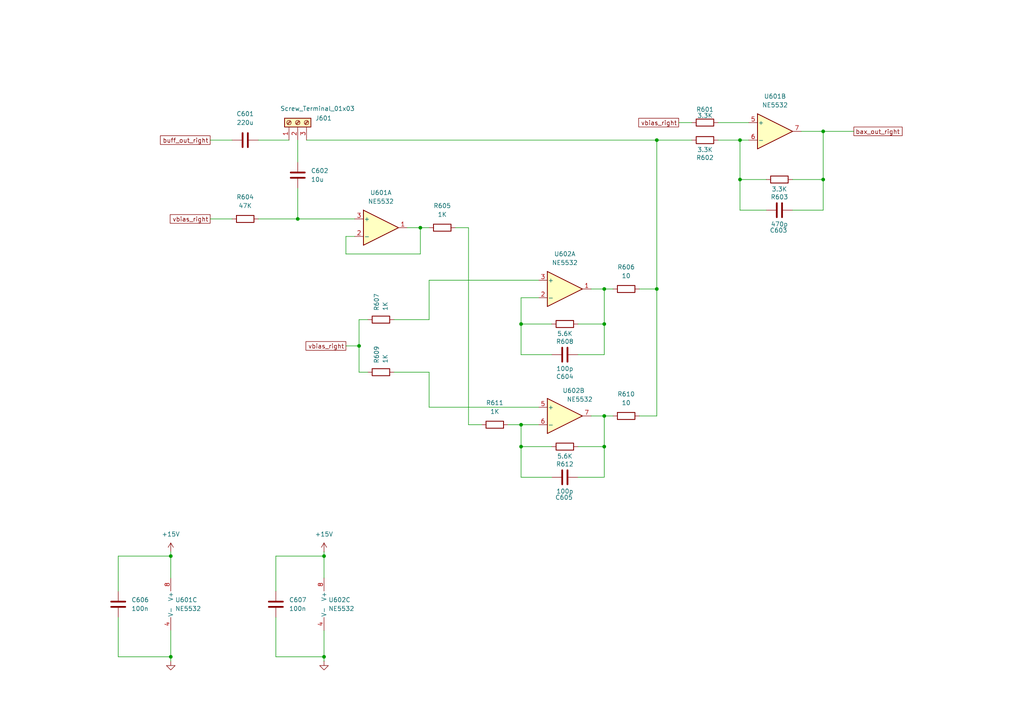
<source format=kicad_sch>
(kicad_sch (version 20250114) (generator "eeschema") (generator_version "9.0")
  (paper "A4")
  (lib_symbols
    (symbol "Amplifier_Operational:NE5532" (pin_names (offset 0.127))
      (property "Reference" "U" (at 0 5.08 0))
      (property "Value" "NE5532" (at 0 -5.08 0))
      (symbol "NE5532_1_1"
        (polyline (pts (xy -5.08 5.08) (xy 5.08 0) (xy -5.08 -5.08) (xy -5.08 5.08)) (stroke (width 0.254)) (fill (type background)))
        (pin input line (at -7.62 2.54 0) (length 2.54) (name "+") (number "3"))
        (pin input line (at -7.62 -2.54 0) (length 2.54) (name "-") (number "2"))
        (pin output line (at 7.62 0 180) (length 2.54) (name "~") (number "1"))
      )
      (symbol "NE5532_2_1"
        (polyline (pts (xy -5.08 5.08) (xy 5.08 0) (xy -5.08 -5.08) (xy -5.08 5.08)) (stroke (width 0.254)) (fill (type background)))
        (pin input line (at -7.62 2.54 0) (length 2.54) (name "+") (number "5"))
        (pin input line (at -7.62 -2.54 0) (length 2.54) (name "-") (number "6"))
        (pin output line (at 7.62 0 180) (length 2.54) (name "~") (number "7"))
      )
      (symbol "NE5532_3_1"
        (pin power_in line (at -2.54 7.62 270) (length 3.81) (name "V+") (number "8"))
        (pin power_in line (at -2.54 -7.62 90) (length 3.81) (name "V-") (number "4"))
      )
    )
    (symbol "Connector:Screw_Terminal_01x03" (pin_names (offset 1.016) (hide yes))
      (property "Reference" "J" (at 0 5.08 0))
      (property "Value" "Screw_Terminal_01x03" (at 0 -5.08 0))
      (symbol "Screw_Terminal_01x03_1_1"
        (rectangle (start -1.27 3.81) (end 1.27 -3.81) (stroke (width 0.254)) (fill (type background)))
        (polyline (pts (xy -0.5334 2.8702) (xy 0.3302 2.032)) (stroke (width 0.1524)))
        (polyline (pts (xy -0.5334 0.3302) (xy 0.3302 -0.508)) (stroke (width 0.1524)))
        (polyline (pts (xy -0.5334 -2.2098) (xy 0.3302 -3.048)) (stroke (width 0.1524)))
        (polyline (pts (xy -0.3556 3.048) (xy 0.508 2.2098)) (stroke (width 0.1524)))
        (polyline (pts (xy -0.3556 0.508) (xy 0.508 -0.3302)) (stroke (width 0.1524)))
        (polyline (pts (xy -0.3556 -2.032) (xy 0.508 -2.8702)) (stroke (width 0.1524)))
        (circle (center 0 2.54) (radius 0.635) (stroke (width 0.1524)))
        (circle (center 0 0) (radius 0.635) (stroke (width 0.1524)))
        (circle (center 0 -2.54) (radius 0.635) (stroke (width 0.1524)))
        (pin passive line (at -5.08 2.54 0) (length 3.81) (name "Pin_1") (number "1"))
        (pin passive line (at -5.08 0 0) (length 3.81) (name "Pin_2") (number "2"))
        (pin passive line (at -5.08 -2.54 0) (length 3.81) (name "Pin_3") (number "3"))
      )
    )
    (symbol "Device:C" (pin_numbers (hide yes)) (pin_names (offset 0.254))
      (property "Reference" "C" (at 0.635 2.54 0))
      (property "Value" "C" (at 0.635 -2.54 0))
      (symbol "C_0_1"
        (polyline (pts (xy -2.032 0.762) (xy 2.032 0.762)) (stroke (width 0.508)))
        (polyline (pts (xy -2.032 -0.762) (xy 2.032 -0.762)) (stroke (width 0.508)))
      )
      (symbol "C_1_1"
        (pin passive line (at 0 3.81 270) (length 2.794) (name "~") (number "1"))
        (pin passive line (at 0 -3.81 90) (length 2.794) (name "~") (number "2"))
      )
    )
    (symbol "Device:R" (pin_numbers (hide yes)) (pin_names (offset 0))
      (property "Reference" "R" (at 2.032 0 90))
      (property "Value" "R" (at 0 0 90))
      (symbol "R_0_1"
        (rectangle (start -1.016 -2.54) (end 1.016 2.54) (stroke (width 0.254)))
      )
      (symbol "R_1_1"
        (pin passive line (at 0 3.81 270) (length 1.27) (name "~") (number "1"))
        (pin passive line (at 0 -3.81 90) (length 1.27) (name "~") (number "2"))
      )
    )
    (symbol "power:+15V" (power) (pin_numbers (hide yes)) (pin_names (offset 0) (hide yes))
      (property "Value" "+15V" (at 0 3.556 0))
      (symbol "+15V_0_1"
        (polyline (pts (xy -0.762 1.27) (xy 0 2.54)))
        (polyline (pts (xy 0 2.54) (xy 0.762 1.27)))
        (polyline (pts (xy 0 0) (xy 0 2.54)))
      )
      (symbol "+15V_1_1"
        (pin power_in line (at 0 0 90) (length 0) (name "~") (number "1"))
      )
    )
    (symbol "power:GND" (power) (pin_numbers (hide yes)) (pin_names (offset 0) (hide yes))
      (property "Value" "GND" (at 0 -3.81 0))
      (symbol "GND_0_1"
        (polyline (pts (xy 0 0) (xy 0 -1.27) (xy 1.27 -1.27) (xy 0 -2.54) (xy -1.27 -1.27) (xy 0 -1.27)))
      )
      (symbol "GND_1_1"
        (pin power_in line (at 0 0 270) (length 0) (name "~") (number "1"))
      )
    )
  )
  (junction (at 93.98 161.29))
  (junction (at 175.26 129.54))
  (junction (at 175.26 83.82))
  (junction (at 190.5 83.82))
  (junction (at 49.53 161.29))
  (junction (at 190.5 40.64))
  (junction (at 104.14 100.33))
  (junction (at 151.13 93.98))
  (junction (at 151.13 129.54))
  (junction (at 175.26 93.98))
  (junction (at 93.98 190.5))
  (junction (at 214.63 40.64))
  (junction (at 121.92 66.04))
  (junction (at 238.76 38.1))
  (junction (at 49.53 190.5))
  (junction (at 86.36 63.5))
  (junction (at 214.63 52.07))
  (junction (at 238.76 52.07))
  (junction (at 175.26 120.65))
  (junction (at 151.13 123.19))
  (wire (pts (xy 151.13 123.19) (xy 156.21 123.19)))
  (wire (pts (xy 208.28 35.56) (xy 217.17 35.56)))
  (wire (pts (xy 121.92 66.04) (xy 118.11 66.04)))
  (wire (pts (xy 106.68 92.71) (xy 104.14 92.71)))
  (wire (pts (xy 151.13 102.87) (xy 151.13 93.98)))
  (wire (pts (xy 93.98 160.02) (xy 93.98 161.29)))
  (wire (pts (xy 60.96 40.64) (xy 67.31 40.64)))
  (wire (pts (xy 124.46 118.11) (xy 124.46 107.95)))
  (wire (pts (xy 167.64 102.87) (xy 175.26 102.87)))
  (wire (pts (xy 49.53 167.64) (xy 49.53 161.29)))
  (wire (pts (xy 229.87 60.96) (xy 238.76 60.96)))
  (wire (pts (xy 106.68 107.95) (xy 104.14 107.95)))
  (wire (pts (xy 104.14 92.71) (xy 104.14 100.33)))
  (wire (pts (xy 238.76 52.07) (xy 238.76 38.1)))
  (wire (pts (xy 100.33 68.58) (xy 100.33 73.66)))
  (wire (pts (xy 238.76 60.96) (xy 238.76 52.07)))
  (wire (pts (xy 167.64 138.43) (xy 175.26 138.43)))
  (wire (pts (xy 86.36 40.64) (xy 86.36 46.99)))
  (wire (pts (xy 160.02 129.54) (xy 151.13 129.54)))
  (wire (pts (xy 185.42 83.82) (xy 190.5 83.82)))
  (wire (pts (xy 175.26 102.87) (xy 175.26 93.98)))
  (wire (pts (xy 139.7 123.19) (xy 135.89 123.19)))
  (wire (pts (xy 86.36 63.5) (xy 102.87 63.5)))
  (wire (pts (xy 160.02 102.87) (xy 151.13 102.87)))
  (wire (pts (xy 196.85 35.56) (xy 200.66 35.56)))
  (wire (pts (xy 214.63 40.64) (xy 217.17 40.64)))
  (wire (pts (xy 167.64 129.54) (xy 175.26 129.54)))
  (wire (pts (xy 135.89 123.19) (xy 135.89 66.04)))
  (wire (pts (xy 151.13 86.36) (xy 156.21 86.36)))
  (wire (pts (xy 49.53 161.29) (xy 34.29 161.29)))
  (wire (pts (xy 121.92 73.66) (xy 121.92 66.04)))
  (wire (pts (xy 93.98 182.88) (xy 93.98 190.5)))
  (wire (pts (xy 190.5 83.82) (xy 190.5 120.65)))
  (wire (pts (xy 88.9 40.64) (xy 190.5 40.64)))
  (wire (pts (xy 238.76 38.1) (xy 247.65 38.1)))
  (wire (pts (xy 208.28 40.64) (xy 214.63 40.64)))
  (wire (pts (xy 80.01 161.29) (xy 80.01 171.45)))
  (wire (pts (xy 124.46 81.28) (xy 124.46 92.71)))
  (wire (pts (xy 49.53 182.88) (xy 49.53 190.5)))
  (wire (pts (xy 124.46 92.71) (xy 114.3 92.71)))
  (wire (pts (xy 121.92 66.04) (xy 124.46 66.04)))
  (wire (pts (xy 175.26 83.82) (xy 177.8 83.82)))
  (wire (pts (xy 156.21 81.28) (xy 124.46 81.28)))
  (wire (pts (xy 104.14 107.95) (xy 104.14 100.33)))
  (wire (pts (xy 160.02 138.43) (xy 151.13 138.43)))
  (wire (pts (xy 93.98 190.5) (xy 80.01 190.5)))
  (wire (pts (xy 214.63 60.96) (xy 214.63 52.07)))
  (wire (pts (xy 49.53 160.02) (xy 49.53 161.29)))
  (wire (pts (xy 214.63 60.96) (xy 222.25 60.96)))
  (wire (pts (xy 34.29 190.5) (xy 34.29 179.07)))
  (wire (pts (xy 49.53 190.5) (xy 49.53 191.77)))
  (wire (pts (xy 190.5 40.64) (xy 190.5 83.82)))
  (wire (pts (xy 151.13 93.98) (xy 151.13 86.36)))
  (wire (pts (xy 156.21 118.11) (xy 124.46 118.11)))
  (wire (pts (xy 175.26 83.82) (xy 171.45 83.82)))
  (wire (pts (xy 86.36 63.5) (xy 74.93 63.5)))
  (wire (pts (xy 190.5 120.65) (xy 185.42 120.65)))
  (wire (pts (xy 102.87 68.58) (xy 100.33 68.58)))
  (wire (pts (xy 175.26 138.43) (xy 175.26 129.54)))
  (wire (pts (xy 151.13 129.54) (xy 151.13 123.19)))
  (wire (pts (xy 238.76 38.1) (xy 232.41 38.1)))
  (wire (pts (xy 124.46 107.95) (xy 114.3 107.95)))
  (wire (pts (xy 49.53 190.5) (xy 34.29 190.5)))
  (wire (pts (xy 175.26 93.98) (xy 175.26 83.82)))
  (wire (pts (xy 190.5 40.64) (xy 200.66 40.64)))
  (wire (pts (xy 214.63 52.07) (xy 214.63 40.64)))
  (wire (pts (xy 86.36 54.61) (xy 86.36 63.5)))
  (wire (pts (xy 175.26 129.54) (xy 175.26 120.65)))
  (wire (pts (xy 222.25 52.07) (xy 214.63 52.07)))
  (wire (pts (xy 93.98 190.5) (xy 93.98 191.77)))
  (wire (pts (xy 60.96 63.5) (xy 67.31 63.5)))
  (wire (pts (xy 147.32 123.19) (xy 151.13 123.19)))
  (wire (pts (xy 135.89 66.04) (xy 132.08 66.04)))
  (wire (pts (xy 93.98 167.64) (xy 93.98 161.29)))
  (wire (pts (xy 229.87 52.07) (xy 238.76 52.07)))
  (wire (pts (xy 151.13 138.43) (xy 151.13 129.54)))
  (wire (pts (xy 167.64 93.98) (xy 175.26 93.98)))
  (wire (pts (xy 104.14 100.33) (xy 100.33 100.33)))
  (wire (pts (xy 175.26 120.65) (xy 171.45 120.65)))
  (wire (pts (xy 100.33 73.66) (xy 121.92 73.66)))
  (wire (pts (xy 34.29 161.29) (xy 34.29 171.45)))
  (wire (pts (xy 80.01 190.5) (xy 80.01 179.07)))
  (wire (pts (xy 74.93 40.64) (xy 83.82 40.64)))
  (wire (pts (xy 93.98 161.29) (xy 80.01 161.29)))
  (wire (pts (xy 175.26 120.65) (xy 177.8 120.65)))
  (wire (pts (xy 160.02 93.98) (xy 151.13 93.98)))
  (global_label "buff_out_right" (shape passive) (at 60.96 40.64 180) (property "Intersheetrefs" "${INTERSHEET_REFS}" (effects (hide yes))))
  (global_label "vbias_right" (shape passive) (at 196.85 35.56 180) (property "Intersheetrefs" "${INTERSHEET_REFS}" (effects (hide yes))))
  (global_label "vbias_right" (shape passive) (at 60.96 63.5 180) (property "Intersheetrefs" "${INTERSHEET_REFS}" (effects (hide yes))))
  (global_label "vbias_right" (shape passive) (at 100.33 100.33 180) (property "Intersheetrefs" "${INTERSHEET_REFS}" (effects (hide yes))))
  (global_label "bax_out_right" (shape passive) (at 247.65 38.1 0) (property "Intersheetrefs" "${INTERSHEET_REFS}" (effects (hide yes))))
  (symbol (lib_id "Device:R") (at 71.12 63.5 90) (unit 1)
    (property "Reference" "R604" (at 71.12 57.15 90))
    (property "Value" "47K" (at 71.12 59.69 90))
    (property "Footprint" "Resistor_SMD:R_0805_2012Metric" (effects (hide yes)))
    (property "Description" "Resistor" (effects (hide yes)))
  )
  (symbol (lib_id "Device:C") (at 34.29 175.26 0) (unit 1)
    (property "Reference" "C606" (at 38.1 173.9899 0) (effects (justify left)))
    (property "Value" "100n" (at 38.1 176.5299 0) (effects (justify left)))
    (property "Footprint" "Capacitor_SMD:C_0805_2012Metric" (effects (hide yes)))
    (property "Description" "Unpolarized capacitor" (effects (hide yes)))
  )
  (symbol (lib_id "Device:C") (at 163.83 102.87 90) (unit 1)
    (property "Reference" "C604" (at 163.83 109.22 90))
    (property "Value" "100p" (at 163.83 106.934 90))
    (property "Footprint" "Capacitor_SMD:C_0805_2012Metric" (effects (hide yes)))
    (property "Description" "Unpolarized capacitor" (effects (hide yes)))
  )
  (symbol (lib_id "Amplifier_Operational:NE5532") (at 224.79 38.1 0) (unit 2)
    (property "Reference" "U601" (at 224.79 27.94 0))
    (property "Value" "NE5532" (at 224.79 30.48 0))
    (property "Footprint" "Package_SO:SOIC-8_3.9x4.9mm_P1.27mm" (effects (hide yes)))
    (property "Datasheet" "http://www.ti.com/lit/ds/symlink/ne5532.pdf" (effects (hide yes)))
    (property "Description" "Dual Low-Noise Operational Amplifiers, DIP-8/SOIC-8" (effects (hide yes)))
  )
  (symbol (lib_id "power:+15V") (at 49.53 160.02 0) (unit 1)
    (property "Reference" "#PWR0601" (effects (hide yes)))
    (property "Value" "+15V" (at 49.53 154.94 0))
    (property "Description" "Power symbol creates a global label with name \"+15V\"" (effects (hide yes)))
  )
  (symbol (lib_id "Device:C") (at 163.83 138.43 90) (unit 1)
    (property "Reference" "C605" (at 163.576 144.272 90))
    (property "Value" "100p" (at 163.83 142.494 90))
    (property "Footprint" "Capacitor_SMD:C_0805_2012Metric" (effects (hide yes)))
    (property "Description" "Unpolarized capacitor" (effects (hide yes)))
  )
  (symbol (lib_id "Device:R") (at 163.83 129.54 90) (unit 1)
    (property "Reference" "R612" (at 163.83 134.62 90))
    (property "Value" "5.6K" (at 163.83 132.334 90))
    (property "Footprint" "Resistor_SMD:R_0805_2012Metric" (effects (hide yes)))
    (property "Description" "Resistor" (effects (hide yes)))
  )
  (symbol (lib_id "Device:R") (at 143.51 123.19 270) (unit 1)
    (property "Reference" "R611" (at 143.51 116.84 90))
    (property "Value" "1K" (at 143.51 119.38 90))
    (property "Footprint" "Resistor_SMD:R_0805_2012Metric" (effects (hide yes)))
    (property "Description" "Resistor" (effects (hide yes)))
  )
  (symbol (lib_id "Device:R") (at 181.61 120.65 90) (unit 1)
    (property "Reference" "R610" (at 181.61 114.3 90))
    (property "Value" "10" (at 181.61 116.84 90))
    (property "Footprint" "Resistor_SMD:R_0805_2012Metric" (effects (hide yes)))
    (property "Description" "Resistor" (effects (hide yes)))
  )
  (symbol (lib_id "Device:R") (at 181.61 83.82 90) (unit 1)
    (property "Reference" "R606" (at 181.61 77.47 90))
    (property "Value" "10" (at 181.61 80.01 90))
    (property "Footprint" "Resistor_SMD:R_0805_2012Metric" (effects (hide yes)))
    (property "Description" "Resistor" (effects (hide yes)))
  )
  (symbol (lib_id "Device:C") (at 80.01 175.26 0) (unit 1)
    (property "Reference" "C607" (at 83.82 173.9899 0) (effects (justify left)))
    (property "Value" "100n" (at 83.82 176.5299 0) (effects (justify left)))
    (property "Footprint" "Capacitor_SMD:C_0805_2012Metric" (effects (hide yes)))
    (property "Description" "Unpolarized capacitor" (effects (hide yes)))
  )
  (symbol (lib_id "Device:C") (at 226.06 60.96 90) (unit 1)
    (property "Reference" "C603" (at 225.806 66.802 90))
    (property "Value" "470p" (at 226.06 65.024 90))
    (property "Footprint" "Capacitor_SMD:C_0805_2012Metric" (effects (hide yes)))
    (property "Description" "Unpolarized capacitor" (effects (hide yes)))
  )
  (symbol (lib_id "Amplifier_Operational:NE5532") (at 110.49 66.04 0) (unit 1)
    (property "Reference" "U601" (at 110.49 55.88 0))
    (property "Value" "NE5532" (at 110.49 58.42 0))
    (property "Footprint" "Package_SO:SOIC-8_3.9x4.9mm_P1.27mm" (effects (hide yes)))
    (property "Datasheet" "http://www.ti.com/lit/ds/symlink/ne5532.pdf" (effects (hide yes)))
    (property "Description" "Dual Low-Noise Operational Amplifiers, DIP-8/SOIC-8" (effects (hide yes)))
  )
  (symbol (lib_id "Amplifier_Operational:NE5532") (at 163.83 83.82 0) (unit 1)
    (property "Reference" "U602" (at 163.83 73.66 0))
    (property "Value" "NE5532" (at 163.83 76.2 0))
    (property "Footprint" "Package_SO:SOIC-8_3.9x4.9mm_P1.27mm" (effects (hide yes)))
    (property "Datasheet" "http://www.ti.com/lit/ds/symlink/ne5532.pdf" (effects (hide yes)))
    (property "Description" "Dual Low-Noise Operational Amplifiers, DIP-8/SOIC-8" (effects (hide yes)))
  )
  (symbol (lib_id "Device:R") (at 204.47 35.56 90) (unit 1)
    (property "Reference" "R601" (at 204.47 31.75 90))
    (property "Value" "3.3K" (at 204.47 33.528 90))
    (property "Footprint" "Resistor_SMD:R_0805_2012Metric" (effects (hide yes)))
    (property "Description" "Resistor" (effects (hide yes)))
  )
  (symbol (lib_id "power:GND") (at 93.98 191.77 0) (unit 1)
    (property "Reference" "#PWR0604" (effects (hide yes)))
    (property "Value" "GND" (effects (hide yes)))
    (property "Description" "Power symbol creates a global label with name \"GND\" , ground" (effects (hide yes)))
  )
  (symbol (lib_id "power:GND") (at 49.53 191.77 0) (unit 1)
    (property "Reference" "#PWR0603" (effects (hide yes)))
    (property "Value" "GND" (effects (hide yes)))
    (property "Description" "Power symbol creates a global label with name \"GND\" , ground" (effects (hide yes)))
  )
  (symbol (lib_id "Device:R") (at 226.06 52.07 90) (unit 1)
    (property "Reference" "R603" (at 226.06 57.15 90))
    (property "Value" "3.3K" (at 226.06 54.864 90))
    (property "Footprint" "Resistor_SMD:R_0805_2012Metric" (effects (hide yes)))
    (property "Description" "Resistor" (effects (hide yes)))
  )
  (symbol (lib_id "Device:R") (at 163.83 93.98 90) (unit 1)
    (property "Reference" "R608" (at 163.83 99.06 90))
    (property "Value" "5.6K" (at 163.83 96.774 90))
    (property "Footprint" "Resistor_SMD:R_0805_2012Metric" (effects (hide yes)))
    (property "Description" "Resistor" (effects (hide yes)))
  )
  (symbol (lib_id "Device:R") (at 110.49 107.95 270) (unit 1)
    (property "Reference" "R609" (at 109.2199 105.41 0) (effects (justify right)))
    (property "Value" "1K" (at 111.7599 105.41 0) (effects (justify right)))
    (property "Footprint" "Resistor_SMD:R_0805_2012Metric" (effects (hide yes)))
    (property "Description" "Resistor" (effects (hide yes)))
  )
  (symbol (lib_id "Connector:Screw_Terminal_01x03") (at 86.36 35.56 90) (unit 1)
    (property "Reference" "J601" (at 91.44 34.2899 90) (effects (justify right)))
    (property "Value" "Screw_Terminal_01x03" (at 81.28 31.496 90) (effects (justify right)))
    (property "Footprint" "TerminalBlock:TerminalBlock_Altech_AK300-3_P5.00mm" (effects (hide yes)))
    (property "Description" "Generic screw terminal, single row, 01x03, script generated (kicad-library-utils/schlib/autogen/connector/)" (effects (hide yes)))
  )
  (symbol (lib_id "Device:R") (at 110.49 92.71 270) (unit 1)
    (property "Reference" "R607" (at 109.2199 90.17 0) (effects (justify right)))
    (property "Value" "1K" (at 111.7599 90.17 0) (effects (justify right)))
    (property "Footprint" "Resistor_SMD:R_0805_2012Metric" (effects (hide yes)))
    (property "Description" "Resistor" (effects (hide yes)))
  )
  (symbol (lib_id "Amplifier_Operational:NE5532") (at 163.83 120.65 0) (unit 2)
    (property "Reference" "U602" (at 166.37 113.284 0))
    (property "Value" "NE5532" (at 168.148 115.824 0))
    (property "Footprint" "Package_SO:SOIC-8_3.9x4.9mm_P1.27mm" (effects (hide yes)))
    (property "Datasheet" "http://www.ti.com/lit/ds/symlink/ne5532.pdf" (effects (hide yes)))
    (property "Description" "Dual Low-Noise Operational Amplifiers, DIP-8/SOIC-8" (effects (hide yes)))
  )
  (symbol (lib_id "Device:C") (at 86.36 50.8 180) (unit 1)
    (property "Reference" "C602" (at 90.17 49.5299 0) (effects (justify right)))
    (property "Value" "10u" (at 90.17 52.0699 0) (effects (justify right)))
    (property "Footprint" "Capacitor_SMD:C_0805_2012Metric" (effects (hide yes)))
    (property "Description" "Unpolarized capacitor" (effects (hide yes)))
  )
  (symbol (lib_id "Device:R") (at 128.27 66.04 270) (unit 1)
    (property "Reference" "R605" (at 128.27 59.69 90))
    (property "Value" "1K" (at 128.27 62.23 90))
    (property "Footprint" "Resistor_SMD:R_0805_2012Metric" (effects (hide yes)))
    (property "Description" "Resistor" (effects (hide yes)))
  )
  (symbol (lib_id "Amplifier_Operational:NE5532") (at 52.07 175.26 0) (unit 3)
    (property "Reference" "U601" (at 50.8 173.9899 0) (effects (justify left)))
    (property "Value" "NE5532" (at 50.8 176.5299 0) (effects (justify left)))
    (property "Footprint" "Package_SO:SOIC-8_3.9x4.9mm_P1.27mm" (effects (hide yes)))
    (property "Datasheet" "http://www.ti.com/lit/ds/symlink/ne5532.pdf" (effects (hide yes)))
    (property "Description" "Dual Low-Noise Operational Amplifiers, DIP-8/SOIC-8" (effects (hide yes)))
  )
  (symbol (lib_id "Device:R") (at 204.47 40.64 90) (unit 1)
    (property "Reference" "R602" (at 204.47 45.72 90))
    (property "Value" "3.3K" (at 204.47 43.434 90))
    (property "Footprint" "Resistor_SMD:R_0805_2012Metric" (effects (hide yes)))
    (property "Description" "Resistor" (effects (hide yes)))
  )
  (symbol (lib_id "power:+15V") (at 93.98 160.02 0) (unit 1)
    (property "Reference" "#PWR0602" (effects (hide yes)))
    (property "Value" "+15V" (at 93.98 154.94 0))
    (property "Description" "Power symbol creates a global label with name \"+15V\"" (effects (hide yes)))
  )
  (symbol (lib_id "Amplifier_Operational:NE5532") (at 96.52 175.26 0) (unit 3)
    (property "Reference" "U602" (at 95.25 173.9899 0) (effects (justify left)))
    (property "Value" "NE5532" (at 95.25 176.5299 0) (effects (justify left)))
    (property "Footprint" "Package_SO:SOIC-8_3.9x4.9mm_P1.27mm" (effects (hide yes)))
    (property "Datasheet" "http://www.ti.com/lit/ds/symlink/ne5532.pdf" (effects (hide yes)))
    (property "Description" "Dual Low-Noise Operational Amplifiers, DIP-8/SOIC-8" (effects (hide yes)))
  )
  (symbol (lib_id "Device:C") (at 71.12 40.64 90) (unit 1)
    (property "Reference" "C601" (at 71.12 33.02 90))
    (property "Value" "220u" (at 71.12 35.56 90))
    (property "Footprint" "Capacitor_SMD:C_0805_2012Metric" (effects (hide yes)))
    (property "Description" "Unpolarized capacitor" (effects (hide yes)))
  )
)
</source>
